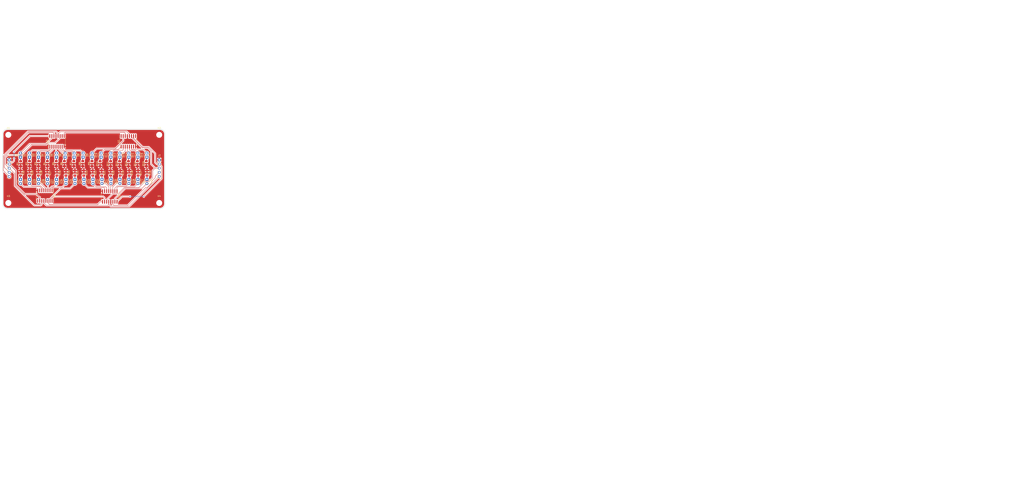
<source format=kicad_pcb>
(kicad_pcb (version 20240108) (generator "pcbnew") (generator_version "8.0")
  (layers (0 "F.Cu" signal) (31 "B.Cu" signal) (34 "B.Paste" user) (35 "F.Paste" user) (36 "B.SilkS" user "B.Silkscreen") (37 "F.SilkS" user "F.Silkscreen") (38 "B.Mask" user) (39 "F.Mask" user) (44 "Edge.Cuts" user))
  (net 0 "")
  (net 1 "GND")
  (net 2 "Net-(D1-K)")
  (net 3 "Net-(D1-A)")
  (net 4 "Net-(D2-K)")
  (net 5 "Net-(D2-A)")
  (net 6 "Net-(D3-A)")
  (net 7 "Net-(D3-K)")
  (net 8 "Net-(D4-K)")
  (net 9 "Net-(D4-A)")
  (net 10 "Net-(D5-A)")
  (net 11 "Net-(D5-K)")
  (net 12 "Net-(D6-A)")
  (net 13 "Net-(D6-K)")
  (net 14 "Net-(D7-K)")
  (net 15 "Net-(D7-A)")
  (net 16 "Net-(D8-K)")
  (net 17 "Net-(D8-A)")
  (net 18 "Net-(D9-K)")
  (net 19 "Net-(D9-A)")
  (net 20 "Net-(D10-A)")
  (net 21 "Net-(D10-K)")
  (net 22 "Net-(D11-K)")
  (net 23 "Net-(D11-A)")
  (net 24 "Net-(D12-A)")
  (net 25 "Net-(D12-K)")
  (net 26 "Net-(D13-A)")
  (net 27 "Net-(D13-K)")
  (net 28 "Net-(D14-A)")
  (net 29 "Net-(D14-K)")
  (net 30 "Net-(D15-A)")
  (net 31 "Net-(D15-K)")
  (net 32 "Net-(D16-A)")
  (net 33 "Net-(D16-K)")
  (net 34 "Net-(D17-A)")
  (net 35 "Net-(D17-K)")
  (net 36 "Net-(D18-A)")
  (net 37 "Net-(D18-K)")
  (net 38 "Net-(D19-K)")
  (net 39 "Net-(D19-A)")
  (net 40 "Net-(D20-K)")
  (net 41 "Net-(D20-A)")
  (net 42 "Net-(D21-K)")
  (net 43 "Net-(D21-A)")
  (net 44 "Net-(D22-K)")
  (net 45 "Net-(D22-A)")
  (net 46 "Net-(D23-K)")
  (net 47 "Net-(D23-A)")
  (net 48 "Net-(D24-K)")
  (net 49 "Net-(D24-A)")
  (net 50 "Net-(D25-A)")
  (net 51 "Net-(D25-K)")
  (net 52 "Net-(D26-A)")
  (net 53 "Net-(D26-K)")
  (net 54 "Net-(D27-A)")
  (net 55 "Net-(D27-K)")
  (net 56 "Net-(D28-K)")
  (net 57 "Net-(D28-A)")
  (net 58 "Net-(D29-K)")
  (net 59 "Net-(D29-A)")
  (net 60 "Net-(D30-K)")
  (net 61 "Net-(D30-A)")
  (net 62 "+5V")
  (net 64 "Net-(U1-SER)")
  (net 66 "Net-(U3-QH')")
  (net 69 "/Global VU/MLVU-SIG")
  (net 70 "/Global VU/SRCLK")
  (net 71 "/Global VU/MLVU-LATCH")
  (net 72 "/Global VU/MRVU-SIG")
  (net 73 "/Global VU/MRVU-LATCH")
  (footprint "Resistor_SMD:R_1206_3216Metric_Pad1.30x1.75mm_HandSolder" (layer "F.Cu") (at 57.05 66.775 90)
    (property "Reference" "R4")
    (property "Value" "VUMLR")
  )
  (footprint "LED_THT:LED_D3.0mm" (layer "F.Cu") (at 107.3 62.775 90)
    (property "Reference" "D13")
    (property "Value" "VUMLD")
  )
  (footprint "MountingHole:MountingHole_3.2mm_M3" (layer "F.Cu") (at 33 91)
    (property "Reference" "H3")
    (property "Value" "MountingHole")
  )
  (footprint "LED_THT:LED_D3.0mm" (layer "F.Cu") (at 79.1 62.775 90)
    (property "Reference" "D8")
    (property "Value" "VUMLD")
  )
  (footprint "Package_SO:SOIC-16W_5.3x10.2mm_P1.27mm" (layer "F.Cu") (at 63 53 90)
    (property "Reference" "U2")
    (property "Value" "74HC595")
  )
  (footprint "LED_THT:LED_D3.0mm" (layer "F.Cu") (at 68 62.775 90)
    (property "Reference" "D6")
    (property "Value" "VUMLD")
  )
  (footprint "LED_THT:LED_D3.0mm" (layer "F.Cu") (at 62.7 76.485 -90)
    (property "Reference" "D26")
    (property "Value" "VUMRD")
  )
  (footprint "LED_THT:LED_D3.0mm" (layer "F.Cu") (at 118.4 62.775 90)
    (property "Reference" "D15")
    (property "Value" "VUMLD")
  )
  (footprint "MountingHole:MountingHole_3.2mm_M3" (layer "F.Cu") (at 126 49)
    (property "Reference" "H2")
    (property "Value" "MountingHole")
  )
  (footprint "Resistor_SMD:R_1206_3216Metric_Pad1.30x1.75mm_HandSolder" (layer "F.Cu") (at 68.5 72.5 -90)
    (property "Reference" "R25")
    (property "Value" "VUMRR")
  )
  (footprint "Resistor_SMD:R_1206_3216Metric_Pad1.30x1.75mm_HandSolder" (layer "F.Cu") (at 102 72.5 -90)
    (property "Reference" "R19")
    (property "Value" "VUMRR")
  )
  (footprint "Resistor_SMD:R_1206_3216Metric_Pad1.30x1.75mm_HandSolder" (layer "F.Cu") (at 113 72.5 -90)
    (property "Reference" "R17")
    (property "Value" "VUMRR")
  )
  (footprint "MountingHole:MountingHole_3.2mm_M3" (layer "F.Cu") (at 126 91)
    (property "Reference" "H4")
    (property "Value" "MountingHole")
  )
  (footprint "LED_THT:LED_D3.0mm" (layer "F.Cu") (at 90.2 62.775 90)
    (property "Reference" "D10")
    (property "Value" "VUMLD")
  )
  (footprint "LED_THT:LED_D3.0mm" (layer "F.Cu") (at 96.2 62.775 90)
    (property "Reference" "D11")
    (property "Value" "VUMLD")
  )
  (footprint "LED_THT:LED_D3.0mm" (layer "F.Cu") (at 68.5 76.485 -90)
    (property "Reference" "D25")
    (property "Value" "VUMRD")
  )
  (footprint "Resistor_SMD:R_1206_3216Metric_Pad1.30x1.75mm_HandSolder" (layer "F.Cu") (at 63 72.5 -90)
    (property "Reference" "R26")
    (property "Value" "VUMRR")
  )
  (footprint "LED_THT:LED_D3.0mm" (layer "F.Cu") (at 51.6 76.485 -90)
    (property "Reference" "D28")
    (property "Value" "VUMRD")
  )
  (footprint "LED_THT:LED_D3.0mm" (layer "F.Cu") (at 118.4 76.46 -90)
    (property "Reference" "D16")
    (property "Value" "VUMRD")
  )
  (footprint "Resistor_SMD:R_1206_3216Metric_Pad1.30x1.75mm_HandSolder" (layer "F.Cu") (at 107.5 72.5 -90)
    (property "Reference" "R18")
    (property "Value" "VUMRR")
  )
  (footprint "Resistor_SMD:R_1206_3216Metric_Pad1.30x1.75mm_HandSolder" (layer "F.Cu") (at 78.85 66.775 90)
    (property "Reference" "R8")
    (property "Value" "VUMLR")
  )
  (footprint "Resistor_SMD:R_1206_3216Metric_Pad1.30x1.75mm_HandSolder" (layer "F.Cu") (at 57 72.5 -90)
    (property "Reference" "R27")
    (property "Value" "VUMRR")
  )
  (footprint "LED_THT:LED_D3.0mm" (layer "F.Cu") (at 112.85 76.46 -90)
    (property "Reference" "D17")
    (property "Value" "VUMRD")
  )
  (footprint "LED_THT:LED_D3.0mm" (layer "F.Cu") (at 57.15 62.775 90)
    (property "Reference" "D4")
    (property "Value" "VUMLD")
  )
  (footprint "Resistor_SMD:R_1206_3216Metric_Pad1.30x1.75mm_HandSolder" (layer "F.Cu") (at 40.55 66.825 90)
    (property "Reference" "R1")
    (property "Value" "VUMLR")
  )
  (footprint "Connector_PinSocket_2.54mm:PinSocket_1x05_P2.54mm_Vertical" (layer "F.Cu") (at 33.525 64.45)
    (property "Reference" "J1")
    (property "Value" "Conn_01x05")
  )
  (footprint "Resistor_SMD:R_1206_3216Metric_Pad1.30x1.75mm_HandSolder" (layer "F.Cu") (at 67.55 66.775 90)
    (property "Reference" "R6")
    (property "Value" "VUMLR")
  )
  (footprint "LED_THT:LED_D3.0mm" (layer "F.Cu") (at 46.05 62.775 90)
    (property "Reference" "D2")
    (property "Value" "VUMLD")
  )
  (footprint "Package_SO:SOIC-16W_5.3x10.2mm_P1.27mm" (layer "F.Cu") (at 55.5 86.5 -90)
    (property "Reference" "U4")
    (property "Value" "74HC595")
  )
  (footprint "LED_THT:LED_D3.0mm" (layer "F.Cu") (at 40.5 62.775 90)
    (property "Reference" "D1")
    (property "Value" "VUMLD")
  )
  (footprint "Resistor_SMD:R_1206_3216Metric_Pad1.30x1.75mm_HandSolder" (layer "F.Cu") (at 101.55 66.825 90)
    (property "Reference" "R12")
    (property "Value" "VUMLR")
  )
  (footprint "Resistor_SMD:R_1206_3216Metric_Pad1.30x1.75mm_HandSolder" (layer "F.Cu") (at 85 72.5 -90)
    (property "Reference" "R22")
    (property "Value" "VUMRR")
  )
  (footprint "LED_THT:LED_D3.0mm" (layer "F.Cu") (at 107.3 76.46 -90)
    (property "Reference" "D18")
    (property "Value" "VUMRD")
  )
  (footprint "Resistor_SMD:R_1206_3216Metric_Pad1.30x1.75mm_HandSolder" (layer "F.Cu") (at 96 72.5 -90)
    (property "Reference" "R20")
    (property "Value" "VUMRR")
  )
  (footprint "Package_SO:SOIC-16W_5.3x10.2mm_P1.27mm" (layer "F.Cu") (at 95.5 87 -90)
    (property "Reference" "U3")
    (property "Value" "74HC595")
  )
  (footprint "Package_SO:SOIC-16W_5.3x10.2mm_P1.27mm" (layer "F.Cu") (at 107 53 90)
    (property "Reference" "U1")
    (property "Value" "74HC595")
  )
  (footprint "LED_THT:LED_D3.0mm" (layer "F.Cu") (at 46.05 76.485 -90)
    (property "Reference" "D29")
    (property "Value" "VUMRD")
  )
  (footprint "LED_THT:LED_D3.0mm" (layer "F.Cu") (at 51.6 62.775 90)
    (property "Reference" "D3")
    (property "Value" "VUMLD")
  )
  (footprint "MountingHole:MountingHole_3.2mm_M3" (layer "F.Cu") (at 33 49)
    (property "Reference" "H1")
    (property "Value" "MountingHole")
  )
  (footprint "LED_THT:LED_D3.0mm" (layer "F.Cu") (at 79.6 76.485 -90)
    (property "Reference" "D23")
    (property "Value" "VUMRD")
  )
  (footprint "Resistor_SMD:R_1206_3216Metric_Pad1.30x1.75mm_HandSolder" (layer "F.Cu") (at 74 72.5 -90)
    (property "Reference" "R24")
    (property "Value" "VUMRR")
  )
  (footprint "Resistor_SMD:R_1206_3216Metric_Pad1.30x1.75mm_HandSolder" (layer "F.Cu") (at 89.55 66.825 90)
    (property "Reference" "R10")
    (property "Value" "VUMLR")
  )
  (footprint "Resistor_SMD:R_1206_3216Metric_Pad1.30x1.75mm_HandSolder" (layer "F.Cu") (at 118.5 72.5 -90)
    (property "Reference" "R16")
    (property "Value" "VUMRR")
  )
  (footprint "Resistor_SMD:R_1206_3216Metric_Pad1.30x1.75mm_HandSolder" (layer "F.Cu") (at 112.55 66.825 90)
    (property "Reference" "R14")
    (property "Value" "VUMLR")
  )
  (footprint "LED_THT:LED_D3.0mm" (layer "F.Cu") (at 112.85 62.775 90)
    (property "Reference" "D14")
    (property "Value" "VUMLD")
  )
  (footprint "LED_THT:LED_D3.0mm" (layer "F.Cu") (at 101.75 76.46 -90)
    (property "Reference" "D19")
    (property "Value" "VUMRD")
  )
  (footprint "Resistor_SMD:R_1206_3216Metric_Pad1.30x1.75mm_HandSolder" (layer "F.Cu") (at 79.5 72.5 -90)
    (property "Reference" "R23")
    (property "Value" "VUMRR")
  )
  (footprint "Resistor_SMD:R_1206_3216Metric_Pad1.30x1.75mm_HandSolder" (layer "F.Cu") (at 51.5 72.5 -90)
    (property "Reference" "R28")
    (property "Value" "VUMRR")
  )
  (footprint "LED_THT:LED_D3.0mm" (layer "F.Cu") (at 85.15 76.485 -90)
    (property "Reference" "D22")
    (property "Value" "VUMRD")
  )
  (footprint "Resistor_SMD:R_1206_3216Metric_Pad1.30x1.75mm_HandSolder" (layer "F.Cu") (at 46 72.5 -90)
    (property "Reference" "R29")
    (property "Value" "VUMRR")
  )
  (footprint "LED_THT:LED_D3.0mm" (layer "F.Cu") (at 57.15 76.485 -90)
    (property "Reference" "D27")
    (property "Value" "VUMRD")
  )
  (footprint "LED_THT:LED_D3.0mm" (layer "F.Cu") (at 101.75 62.775 90)
    (property "Reference" "D12")
    (property "Value" "VUMLD")
  )
  (footprint "LED_THT:LED_D3.0mm" (layer "F.Cu") (at 62.7 62.775 90)
    (property "Reference" "D5")
    (property "Value" "VUMLD")
  )
  (footprint "LED_THT:LED_D3.0mm" (layer "F.Cu") (at 96.2 76.46 -90)
    (property "Reference" "D20")
    (property "Value" "VUMRD")
  )
  (footprint "Connector_PinSocket_2.54mm:PinSocket_1x05_P2.54mm_Vertical" (layer "F.Cu") (at 126.025 64.45)
    (property "Reference" "J2")
    (property "Value" "Conn_01x05")
  )
  (footprint "LED_THT:LED_D3.0mm" (layer "F.Cu") (at 74.05 76.485 -90)
    (property "Reference" "D24")
    (property "Value" "VUMRD")
  )
  (footprint "Resistor_SMD:R_1206_3216Metric_Pad1.30x1.75mm_HandSolder" (layer "F.Cu") (at 90.5 72.5 -90)
    (property "Reference" "R21")
    (property "Value" "VUMRR")
  )
  (footprint "Resistor_SMD:R_1206_3216Metric_Pad1.30x1.75mm_HandSolder" (layer "F.Cu") (at 73.35 66.775 90)
    (property "Reference" "R7")
    (property "Value" "VUMLR")
  )
  (footprint "LED_THT:LED_D3.0mm" (layer "F.Cu") (at 40.5 76.485 -90)
    (property "Reference" "D30")
    (property "Value" "VUMRD")
  )
  (footprint "LED_THT:LED_D3.0mm" (layer "F.Cu") (at 73.55 62.775 90)
    (property "Reference" "D7")
    (property "Value" "VUMLD")
  )
  (footprint "Resistor_SMD:R_1206_3216Metric_Pad1.30x1.75mm_HandSolder" (layer "F.Cu") (at 62.55 66.775 90)
    (property "Reference" "R5")
    (property "Value" "VUMLR")
  )
  (footprint "Resistor_SMD:R_1206_3216Metric_Pad1.30x1.75mm_HandSolder" (layer "F.Cu") (at 96.05 66.825 90)
    (property "Reference" "R11")
    (property "Value" "VUMLR")
  )
  (footprint "Resistor_SMD:R_1206_3216Metric_Pad1.30x1.75mm_HandSolder" (layer "F.Cu") (at 46.05 66.775 90)
    (property "Reference" "R2")
    (property "Value" "VUMLR")
  )
  (footprint "Resistor_SMD:R_1206_3216Metric_Pad1.30x1.75mm_HandSolder" (layer "F.Cu") (at 51.55 66.775 90)
    (property "Reference" "R3")
    (property "Value" "VUMLR")
  )
  (footprint "LED_THT:LED_D3.0mm" (layer "F.Cu") (at 90.7 76.485 -90)
    (property "Reference" "D21")
    (property "Value" "VUMRD")
  )
  (footprint "Resistor_SMD:R_1206_3216Metric_Pad1.30x1.75mm_HandSolder" (layer "F.Cu") (at 40.5 72.5 -90)
    (property "Reference" "R30")
    (property "Value" "VUMRR")
  )
  (footprint "Resistor_SMD:R_1206_3216Metric_Pad1.30x1.75mm_HandSolder" (layer "F.Cu") (at 118.05 66.775 90)
    (property "Reference" "R15")
    (property "Value" "VUMLR")
  )
  (footprint "LED_THT:LED_D3.0mm" (layer "F.Cu") (at 84.65 62.775 90)
    (property "Reference" "D9")
    (property "Value" "VUMLD")
  )
  (footprint "Resistor_SMD:R_1206_3216Metric_Pad1.30x1.75mm_HandSolder" (layer "F.Cu") (at 84.55 66.775 90)
    (property "Reference" "R9")
    (property "Value" "VUMLR")
  )
  (footprint "Resistor_SMD:R_1206_3216Metric_Pad1.30x1.75mm_HandSolder" (layer "F.Cu") (at 107.05 66.825 90)
    (property "Reference" "R13")
    (property "Value" "VUMLR")
  )
  (gr_arc (start 29.5 48.5) (mid 30.37868 46.378679) (end 32.500001 45.499999) (stroke (width 0.25)) (layer "Edge.Cuts"))
  (gr_line (start 129.5 48.500001) (end 129.5 91.5) (stroke (width 0.25)) (layer "Edge.Cuts"))
  (gr_line (start 32.500001 45.499999) (end 126.499999 45.499999) (stroke (width 0.25)) (layer "Edge.Cuts"))
  (gr_line (start 29.5 91.5) (end 29.5 48.5) (stroke (width 0.25)) (layer "Edge.Cuts"))
  (gr_arc (start 129.5 91.5) (mid 128.62132 93.621321) (end 126.499999 94.500001) (stroke (width 0.25)) (layer "Edge.Cuts"))
  (gr_arc (start 126.499999 45.499999) (mid 128.62132 46.378679) (end 129.5 48.500001) (stroke (width 0.25)) (layer "Edge.Cuts"))
  (gr_line (start 126.499999 94.500001) (end 32.500001 94.500001) (stroke (width 0.25)) (layer "Edge.Cuts"))
  (gr_arc (start 32.500001 94.500001) (mid 30.37868 93.621321) (end 29.5 91.5) (stroke (width 0.25)) (layer "Edge.Cuts"))
  (segment (start 106.365 50.949999) (end 108.915001 53.5) (width 0.2032) (layer "F.Cu") (net 1))
  (segment (start 51.055 85.555) (end 51.055 83.25) (width 0.2032) (layer "F.Cu") (net 1))
  (segment (start 111.445 53.945) (end 111 53.5) (width 0.2032) (layer "F.Cu") (net 1))
  (segment (start 56.135 88.907342) (end 53.727658 86.5) (width 0.2032) (layer "F.Cu") (net 1))
  (segment (start 111.445 56.25) (end 111.445 53.945) (width 0.2032) (layer "F.Cu") (net 1))
  (segment (start 52 86.5) (end 51.055 85.555) (width 0.2032) (layer "F.Cu") (net 1))
  (segment (start 106.365 49.75) (end 106.365 50.949999) (width 0.2032) (layer "F.Cu") (net 1))
  (segment (start 53.727658 86.5) (end 52 86.5) (width 0.2032) (layer "F.Cu") (net 1))
  (segment (start 108.915001 53.5) (end 111 53.5) (width 0.2032) (layer "F.Cu") (net 1))
  (segment (start 56.135 89.75) (end 56.135 88.907342) (width 0.2032) (layer "F.Cu") (net 1))
  (segment (start 40.55 65.275) (end 40.55 62.825) (width 0.381) (layer "F.Cu") (net 2))
  (segment (start 40.55 62.825) (end 40.5 62.775) (width 0.381) (layer "F.Cu") (net 2))
  (segment (start 46.1414 54.5936) (end 40.5 60.235) (width 0.2032) (layer "F.Cu") (net 3))
  (segment (start 56.181399 54.5936) (end 46.1414 54.5936) (width 0.2032) (layer "F.Cu") (net 3))
  (segment (start 59.825 49.75) (end 59.825 50.949999) (width 0.2032) (layer "F.Cu") (net 3))
  (segment (start 59.825 50.949999) (end 56.181399 54.5936) (width 0.2032) (layer "F.Cu") (net 3))
  (segment (start 46.05 65.225) (end 46.05 62.775) (width 0.381) (layer "F.Cu") (net 4))
  (segment (start 58 58.5) (end 47.785 58.5) (width 0.2032) (layer "F.Cu") (net 5))
  (segment (start 47.785 58.5) (end 46.05 60.235) (width 0.2032) (layer "F.Cu") (net 5))
  (segment (start 58.555 56.25) (end 58.555 57.945) (width 0.2032) (layer "F.Cu") (net 5))
  (segment (start 58.555 57.945) (end 58 58.5) (width 0.2032) (layer "F.Cu") (net 5))
  (segment (start 59.825 57.449999) (end 58.244799 59.0302) (width 0.2032) (layer "F.Cu") (net 6))
  (segment (start 58.244799 59.0302) (end 52.8048 59.0302) (width 0.2032) (layer "F.Cu") (net 6))
  (segment (start 52.8048 59.0302) (end 51.6 60.235) (width 0.2032) (layer "F.Cu") (net 6))
  (segment (start 59.825 56.25) (end 59.825 57.449999) (width 0.2032) (layer "F.Cu") (net 6))
  (segment (start 51.55 62.825) (end 51.6 62.775) (width 0.381) (layer "F.Cu") (net 7))
  (segment (start 51.55 65.225) (end 51.55 62.825) (width 0.381) (layer "F.Cu") (net 7))
  (segment (start 57.05 65.225) (end 57.05 62.875) (width 0.381) (layer "F.Cu") (net 8))
  (segment (start 57.05 62.875) (end 57.15 62.775) (width 0.381) (layer "F.Cu") (net 8))
  (segment (start 58.309999 60.235) (end 57.15 60.235) (width 0.2032) (layer "F.Cu") (net 9))
  (segment (start 61.095 56.25) (end 61.095 57.449999) (width 0.2032) (layer "F.Cu") (net 9))
  (segment (start 61.095 57.449999) (end 58.309999 60.235) (width 0.2032) (layer "F.Cu") (net 9))
  (segment (start 62.365 56.25) (end 62.365 59.9) (width 0.2032) (layer "F.Cu") (net 10))
  (segment (start 62.365 59.9) (end 62.7 60.235) (width 0.2032) (layer "F.Cu") (net 10))
  (segment (start 62.55 62.925) (end 62.7 62.775) (width 0.381) (layer "F.Cu") (net 11))
  (segment (start 62.55 65.225) (end 62.55 62.925) (width 0.381) (layer "F.Cu") (net 11))
  (segment (start 66.420001 60.235) (end 68 60.235) (width 0.2032) (layer "F.Cu") (net 12))
  (segment (start 63.635 57.449999) (end 66.420001 60.235) (width 0.2032) (layer "F.Cu") (net 12))
  (segment (start 63.635 56.25) (end 63.635 57.449999) (width 0.2032) (layer "F.Cu") (net 12))
  (segment (start 67.55 63.225) (end 68 62.775) (width 0.381) (layer "F.Cu") (net 13))
  (segment (start 67.55 65.225) (end 67.55 63.225) (width 0.381) (layer "F.Cu") (net 13))
  (segment (start 73.35 65.225) (end 73.35 62.975) (width 0.381) (layer "F.Cu") (net 14))
  (segment (start 73.35 62.975) (end 73.55 62.775) (width 0.381) (layer "F.Cu") (net 14))
  (segment (start 66.485201 59.0302) (end 72.3452 59.0302) (width 0.2032) (layer "F.Cu") (net 15))
  (segment (start 72.3452 59.0302) (end 73.55 60.235) (width 0.2032) (layer "F.Cu") (net 15))
  (segment (start 64.905 56.25) (end 64.905 57.449999) (width 0.2032) (layer "F.Cu") (net 15))
  (segment (start 64.905 57.449999) (end 66.485201 59.0302) (width 0.2032) (layer "F.Cu") (net 15))
  (segment (start 78.85 65.225) (end 78.85 63.025) (width 0.381) (layer "F.Cu") (net 16))
  (segment (start 78.85 63.025) (end 79.1 62.775) (width 0.381) (layer "F.Cu") (net 16))
  (segment (start 77.4888 58.6238) (end 79.1 60.235) (width 0.2032) (layer "F.Cu") (net 17))
  (segment (start 66.175 56.25) (end 66.175 57.449999) (width 0.2032) (layer "F.Cu") (net 17))
  (segment (start 66.175 57.449999) (end 67.348801 58.6238) (width 0.2032) (layer "F.Cu") (net 17))
  (segment (start 67.348801 58.6238) (end 77.4888 58.6238) (width 0.2032) (layer "F.Cu") (net 17))
  (segment (start 84.55 65.225) (end 84.55 62.875) (width 0.381) (layer "F.Cu") (net 18))
  (segment (start 84.55 62.875) (end 84.65 62.775) (width 0.381) (layer "F.Cu") (net 18))
  (segment (start 102 54.5) (end 99 57.5) (width 0.2032) (layer "F.Cu") (net 19))
  (segment (start 103.825 49.75) (end 103.825 52.675) (width 0.2032) (layer "F.Cu") (net 19))
  (segment (start 103.825 52.675) (end 102 54.5) (width 0.2032) (layer "F.Cu") (net 19))
  (segment (start 99 57.5) (end 103.825 52.675) (width 0.2032) (layer "F.Cu") (net 19))
  (segment (start 87.385 57.5) (end 84.65 60.235) (width 0.2032) (layer "F.Cu") (net 19))
  (segment (start 99 57.5) (end 87.385 57.5) (width 0.2032) (layer "F.Cu") (net 19))
  (segment (start 92.435 58) (end 90.2 60.235) (width 0.2032) (layer "F.Cu") (net 20))
  (segment (start 102.555 56.25) (end 100.805 58) (width 0.2032) (layer "F.Cu") (net 20))
  (segment (start 100.805 58) (end 92.435 58) (width 0.2032) (layer "F.Cu") (net 20))
  (segment (start 89.55 65.275) (end 89.55 63.425) (width 0.381) (layer "F.Cu") (net 21))
  (segment (start 89.55 63.425) (end 90.2 62.775) (width 0.381) (layer "F.Cu") (net 21))
  (segment (start 96.05 62.925) (end 96.2 62.775) (width 0.381) (layer "F.Cu") (net 22))
  (segment (start 96.05 65.275) (end 96.05 62.925) (width 0.381) (layer "F.Cu") (net 22))
  (segment (start 103.825 56.25) (end 103.825 58.175) (width 0.2032) (layer "F.Cu") (net 23))
  (segment (start 103.5 58.5) (end 97.935 58.5) (width 0.2032) (layer "F.Cu") (net 23))
  (segment (start 103.825 58.175) (end 103.5 58.5) (width 0.2032) (layer "F.Cu") (net 23))
  (segment (start 97.935 58.5) (end 96.2 60.235) (width 0.2032) (layer "F.Cu") (net 23))
  (segment (start 101.75 60.235) (end 103.765 60.235) (width 0.2032) (layer "F.Cu") (net 24))
  (segment (start 103.765 60.235) (end 105.095 58.905) (width 0.2032) (layer "F.Cu") (net 24))
  (segment (start 105.095 58.905) (end 105.095 56.25) (width 0.2032) (layer "F.Cu") (net 24))
  (segment (start 101.55 62.975) (end 101.75 62.775) (width 0.381) (layer "F.Cu") (net 25))
  (segment (start 101.55 65.275) (end 101.55 62.975) (width 0.381) (layer "F.Cu") (net 25))
  (segment (start 106.365 59.3) (end 107.3 60.235) (width 0.2032) (layer "F.Cu") (net 26))
  (segment (start 106.365 56.25) (end 106.365 59.3) (width 0.2032) (layer "F.Cu") (net 26))
  (segment (start 107.05 65.275) (end 107.05 63.025) (width 0.381) (layer "F.Cu") (net 27))
  (segment (start 107.05 63.025) (end 107.3 62.775) (width 0.381) (layer "F.Cu") (net 27))
  (segment (start 107.635 58.135) (end 108 58.5) (width 0.2032) (layer "F.Cu") (net 28))
  (segment (start 107.635 56.25) (end 107.635 58.135) (width 0.2032) (layer "F.Cu") (net 28))
  (segment (start 111.115 58.5) (end 112.85 60.235) (width 0.2032) (layer "F.Cu") (net 28))
  (segment (start 108 58.5) (end 111.115 58.5) (width 0.2032) (layer "F.Cu") (net 28))
  (segment (start 112.55 63.075) (end 112.85 62.775) (width 0.381) (layer "F.Cu") (net 29))
  (segment (start 112.55 65.275) (end 112.55 63.075) (width 0.381) (layer "F.Cu") (net 29))
  (segment (start 109 58) (end 116.165 58) (width 0.2032) (layer "F.Cu") (net 30))
  (segment (start 108.905 56.25) (end 108.905 57.905) (width 0.2032) (layer "F.Cu") (net 30))
  (segment (start 108.905 57.905) (end 109 58) (width 0.2032) (layer "F.Cu") (net 30))
  (segment (start 116.165 58) (end 118.4 60.235) (width 0.2032) (layer "F.Cu") (net 30))
  (segment (start 118.05 63.125) (end 118.4 62.775) (width 0.381) (layer "F.Cu") (net 31))
  (segment (start 118.05 65.225) (end 118.05 63.125) (width 0.381) (layer "F.Cu") (net 31))
  (segment (start 105.0936 81.9064) (end 115.4936 81.9064) (width 0.2032) (layer "F.Cu") (net 32))
  (segment (start 98.675 90.25) (end 98.675 88.325) (width 0.2032) (layer "F.Cu") (net 32))
  (segment (start 115.4936 81.9064) (end 118.4 79) (width 0.2032) (layer "F.Cu") (net 32))
  (segment (start 98.675 88.325) (end 105.0936 81.9064) (width 0.2032) (layer "F.Cu") (net 32))
  (segment (start 118.5 76.36) (end 118.4 76.46) (width 0.381) (layer "F.Cu") (net 33))
  (segment (start 118.5 74.05) (end 118.5 76.36) (width 0.381) (layer "F.Cu") (net 33))
  (segment (start 110.85 81) (end 112.85 79) (width 0.2032) (layer "F.Cu") (net 34))
  (segment (start 99.945 81.555) (end 100.5 81) (width 0.2032) (layer "F.Cu") (net 34))
  (segment (start 100.5 81) (end 110.85 81) (width 0.2032) (layer "F.Cu") (net 34))
  (segment (start 99.945 83.75) (end 99.945 81.555) (width 0.2032) (layer "F.Cu") (net 34))
  (segment (start 113 74.05) (end 113 76.31) (width 0.381) (layer "F.Cu") (net 35))
  (segment (start 113 76.31) (end 112.85 76.46) (width 0.381) (layer "F.Cu") (net 35))
  (segment (start 105.8 80.5) (end 107.3 79) (width 0.2032) (layer "F.Cu") (net 36))
  (segment (start 100 80.5) (end 105.8 80.5) (width 0.2032) (layer "F.Cu") (net 36))
  (segment (start 98.675 81.825) (end 100 80.5) (width 0.2032) (layer "F.Cu") (net 36))
  (segment (start 98.675 83.75) (end 98.675 81.825) (width 0.2032) (layer "F.Cu") (net 36))
  (segment (start 107.5 76.26) (end 107.3 76.46) (width 0.381) (layer "F.Cu") (net 37))
  (segment (start 107.5 74.05) (end 107.5 76.26) (width 0.381) (layer "F.Cu") (net 37))
  (segment (start 101.75 74.3) (end 102 74.05) (width 0.381) (layer "F.Cu") (net 38))
  (segment (start 101.75 76.46) (end 101.75 74.3) (width 0.381) (layer "F.Cu") (net 38))
  (segment (start 97.405 81.095) (end 99.5 79) (width 0.2032) (layer "F.Cu") (net 39))
  (segment (start 99.5 79) (end 101.75 79) (width 0.2032) (layer "F.Cu") (net 39))
  (segment (start 97.405 83.75) (end 97.405 81.095) (width 0.2032) (layer "F.Cu") (net 39))
  (segment (start 96.2 76.46) (end 96.2 74.25) (width 0.381) (layer "F.Cu") (net 40))
  (segment (start 96.2 74.25) (end 96 74.05) (width 0.381) (layer "F.Cu") (net 40))
  (segment (start 96.135 79.065) (end 96.2 79) (width 0.2032) (layer "F.Cu") (net 41))
  (segment (start 96.135 83.75) (end 96.135 79.065) (width 0.2032) (layer "F.Cu") (net 41))
  (segment (start 90.7 74.25) (end 90.5 74.05) (width 0.381) (layer "F.Cu") (net 42))
  (segment (start 90.7 76.485) (end 90.7 74.25) (width 0.381) (layer "F.Cu") (net 42))
  (segment (start 94.865 82.550001) (end 95 82.415001) (width 0.2032) (layer "F.Cu") (net 43))
  (segment (start 95 81) (end 93 79) (width 0.2032) (layer "F.Cu") (net 43))
  (segment (start 92.475 79.025) (end 90.7 79.025) (width 0.2032) (layer "F.Cu") (net 43))
  (segment (start 95 82.415001) (end 95 81) (width 0.2032) (layer "F.Cu") (net 43))
  (segment (start 92.5 79) (end 92.475 79.025) (width 0.2032) (layer "F.Cu") (net 43))
  (segment (start 93 79) (end 92.5 79) (width 0.2032) (layer "F.Cu") (net 43))
  (segment (start 94.865 83.75) (end 94.865 82.550001) (width 0.2032) (layer "F.Cu") (net 43))
  (segment (start 85.15 76.485) (end 85.15 74.2) (width 0.381) (layer "F.Cu") (net 44))
  (segment (start 85.15 74.2) (end 85 74.05) (width 0.381) (layer "F.Cu") (net 44))
  (segment (start 93.595 83.75) (end 93.595 81.595) (width 0.2032) (layer "F.Cu") (net 45))
  (segment (start 87.125 81) (end 85.15 79.025) (width 0.2032) (layer "F.Cu") (net 45))
  (segment (start 93 81) (end 87.125 81) (width 0.2032) (layer "F.Cu") (net 45))
  (segment (start 93.595 81.595) (end 93 81) (width 0.2032) (layer "F.Cu") (net 45))
  (segment (start 79.6 74.15) (end 79.5 74.05) (width 0.381) (layer "F.Cu") (net 46))
  (segment (start 79.6 76.485) (end 79.6 74.15) (width 0.381) (layer "F.Cu") (net 46))
  (segment (start 92.325 83.75) (end 92.325 81.825) (width 0.2032) (layer "F.Cu") (net 47))
  (segment (start 82.075 81.5) (end 79.6 79.025) (width 0.2032) (layer "F.Cu") (net 47))
  (segment (start 92 81.5) (end 82.075 81.5) (width 0.2032) (layer "F.Cu") (net 47))
  (segment (start 92.325 81.825) (end 92 81.5) (width 0.2032) (layer "F.Cu") (net 47))
  (segment (start 74.05 74.1) (end 74 74.05) (width 0.381) (layer "F.Cu") (net 48))
  (segment (start 74.05 76.485) (end 74.05 74.1) (width 0.381) (layer "F.Cu") (net 48))
  (segment (start 58.675 88.550001) (end 65.225001 82) (width 0.2032) (layer "F.Cu") (net 49))
  (segment (start 71.075 82) (end 74.05 79.025) (width 0.2032) (layer "F.Cu") (net 49))
  (segment (start 58.675 89.75) (end 58.675 88.550001) (width 0.2032) (layer "F.Cu") (net 49))
  (segment (start 65.225001 82) (end 71.075 82) (width 0.2032) (layer "F.Cu") (net 49))
  (segment (start 59.945 83.25) (end 59.945 81.555) (width 0.2032) (layer "F.Cu") (net 50))
  (segment (start 60.2375 81.2625) (end 66.2625 81.2625) (width 0.2032) (layer "F.Cu") (net 50))
  (segment (start 66.2625 81.2625) (end 68.5 79.025) (width 0.2032) (layer "F.Cu") (net 50))
  (segment (start 59.945 81.555) (end 60.2375 81.2625) (width 0.2032) (layer "F.Cu") (net 50))
  (segment (start 68.5 76.485) (end 68.5 74.05) (width 0.381) (layer "F.Cu") (net 51))
  (segment (start 60.8689 80.8561) (end 62.7 79.025) (width 0.2032) (layer "F.Cu") (net 52))
  (segment (start 58.675 83.25) (end 58.675 82.050001) (width 0.2032) (layer "F.Cu") (net 52))
  (segment (start 58.675 82.050001) (end 59.868901 80.8561) (width 0.2032) (layer "F.Cu") (net 52))
  (segment (start 59.868901 80.8561) (end 60.8689 80.8561) (width 0.2032) (layer "F.Cu") (net 52))
  (segment (start 62.7 74.35) (end 63 74.05) (width 0.381) (layer "F.Cu") (net 53))
  (segment (start 62.7 76.485) (end 62.7 74.35) (width 0.381) (layer "F.Cu") (net 53))
  (segment (start 57.405 79.28) (end 57.15 79.025) (width 0.2032) (layer "F.Cu") (net 54))
  (segment (start 57.405 83.25) (end 57.405 79.28) (width 0.2032) (layer "F.Cu") (net 54))
  (segment (start 57.15 74.2) (end 57 74.05) (width 0.381) (layer "F.Cu") (net 55))
  (segment (start 57.15 76.485) (end 57.15 74.2) (width 0.381) (layer "F.Cu") (net 55))
  (segment (start 51.6 74.15) (end 51.5 74.05) (width 0.381) (layer "F.Cu") (net 56))
  (segment (start 51.6 76.485) (end 51.6 74.15) (width 0.381) (layer "F.Cu") (net 56))
  (segment (start 53.109999 79.025) (end 51.6 79.025) (width 0.2032) (layer "F.Cu") (net 57))
  (segment (start 56.135 82.050001) (end 53.109999 79.025) (width 0.2032) (layer "F.Cu") (net 57))
  (segment (start 56.135 83.25) (end 56.135 82.050001) (width 0.2032) (layer "F.Cu") (net 57))
  (segment (start 46.05 74.1) (end 46 74.05) (width 0.381) (layer "F.Cu") (net 58))
  (segment (start 46.05 76.485) (end 46.05 74.1) (width 0.381) (layer "F.Cu") (net 58))
  (segment (start 53 80.5) (end 47.525 80.5) (width 0.2032) (layer "F.Cu") (net 59))
  (segment (start 54.865 83.25) (end 54.865 82.365) (width 0.2032) (layer "F.Cu") (net 59))
  (segment (start 47.525 80.5) (end 46.05 79.025) (width 0.2032) (layer "F.Cu") (net 59))
  (segment (start 54.865 82.365) (end 53 80.5) (width 0.2032) (layer "F.Cu") (net 59))
  (segment (start 40.5 74.05) (end 40.5 76.485) (width 0.381) (layer "F.Cu") (net 60))
  (segment (start 52.5 81) (end 42.475 81) (width 0.2032) (layer "F.Cu") (net 61))
  (segment (start 42.475 81) (end 40.5 79.025) (width 0.2032) (layer "F.Cu") (net 61))
  (segment (start 53.595 82.095) (end 52.5 81) (width 0.2032) (layer "F.Cu") (net 61))
  (segment (start 53.595 83.25) (end 53.595 82.095) (width 0.2032) (layer "F.Cu") (net 61))
  (segment (start 37.5 80) (end 37.5 70.965) (width 0.3048) (layer "F.Cu") (net 62))
  (segment (start 123.5 60.5) (end 119.5 56.5) (width 0.2032) (layer "F.Cu") (net 62))
  (segment (start 119.5 56.5) (end 115.725001 56.5) (width 0.2032) (layer "F.Cu") (net 62))
  (segment (start 61 87) (end 59.945 88.055) (width 0.2032) (layer "F.Cu") (net 62))
  (segment (start 126.025 66.99) (end 124.49 66.99) (width 0.2032) (layer "F.Cu") (net 62))
  (segment (start 124.49 66.99) (end 123.5 66) (width 0.2032) (layer "F.Cu") (net 62))
  (segment (start 123.5 66) (end 123.5 60.5) (width 0.2032) (layer "F.Cu") (net 62))
  (segment (start 36.5 59.5) (end 46.25 49.75) (width 0.2032) (layer "F.Cu") (net 62))
  (segment (start 116.5 87) (end 127.5 76) (width 0.2032) (layer "F.Cu") (net 62))
  (segment (start 36.5 65) (end 36.5 63.5) (width 0.2032) (layer "F.Cu") (net 62))
  (segment (start 92.325 87.825) (end 91.5 87) (width 0.2032) (layer "F.Cu") (net 62))
  (segment (start 50.353422 85.5) (end 43 85.5) (width 0.3048) (layer "F.Cu") (net 62))
  (segment (start 115.725001 56.5) (end 110.175 50.949999) (width 0.2032) (layer "F.Cu") (net 62))
  (segment (start 43 85.5) (end 37.5 80) (width 0.3048) (layer "F.Cu") (net 62))
  (segment (start 52.325 87.471578) (end 50.353422 85.5) (width 0.3048) (layer "F.Cu") (net 62))
  (segment (start 127.5 76) (end 127.5 68.465) (width 0.2032) (layer "F.Cu") (net 62))
  (segment (start 99.945 90.25) (end 103.195 87) (width 0.2032) (layer "F.Cu") (net 62))
  (segment (start 110.175 50.949999) (end 110.175 49.75) (width 0.2032) (layer "F.Cu") (net 62))
  (segment (start 127.5 68.465) (end 126.025 66.99) (width 0.2032) (layer "F.Cu") (net 62))
  (segment (start 46.25 49.75) (end 58.555 49.75) (width 0.2032) (layer "F.Cu") (net 62))
  (segment (start 103.195 87) (end 108 87) (width 0.2032) (layer "F.Cu") (net 62))
  (segment (start 35.5 66) (end 36.5 65) (width 0.2032) (layer "F.Cu") (net 62))
  (segment (start 33.525 66.99) (end 34.515 66) (width 0.2032) (layer "F.Cu") (net 62))
  (segment (start 59.945 88.055) (end 59.945 89.75) (width 0.2032) (layer "F.Cu") (net 62))
  (segment (start 34.515 66) (end 35.5 66) (width 0.2032) (layer "F.Cu") (net 62))
  (segment (start 92.325 90.25) (end 92.325 87.825) (width 0.2032) (layer "F.Cu") (net 62))
  (segment (start 37.5 70.965) (end 33.525 66.99) (width 0.3048) (layer "F.Cu") (net 62))
  (segment (start 91.5 87) (end 61 87) (width 0.2032) (layer "F.Cu") (net 62))
  (segment (start 52.325 89.75) (end 52.325 87.471578) (width 0.3048) (layer "F.Cu") (net 62))
  (via (at 116.5 87) (size 0.6) (drill 0.3) (layers "F.Cu" "B.Cu") (net 62))
  (via (at 108 87) (size 0.6) (drill 0.3) (layers "F.Cu" "B.Cu") (net 62))
  (via (at 36.5 59.5) (size 0.6) (drill 0.3) (layers "F.Cu" "B.Cu") (net 62))
  (via (at 36.5 63.5) (size 0.6) (drill 0.3) (layers "F.Cu" "B.Cu") (net 62))
  (segment (start 108 87) (end 116.5 87) (width 0.2032) (layer "B.Cu") (net 62))
  (segment (start 36.5 63.5) (end 36.5 59.5) (width 0.2032) (layer "B.Cu") (net 62))
  (segment (start 104.5 47.5) (end 105.095 48.095) (width 0.2032) (layer "F.Cu") (net 64))
  (segment (start 67.445 49.75) (end 67.445 48.055) (width 0.2032) (layer "F.Cu") (net 64))
  (segment (start 68 47.5) (end 104.5 47.5) (width 0.2032) (layer "F.Cu") (net 64))
  (segment (start 105.095 48.095) (end 105.095 49.75) (width 0.2032) (layer "F.Cu") (net 64))
  (segment (start 67.445 48.055) (end 68 47.5) (width 0.2032) (layer "F.Cu") (net 64))
  (segment (start 88 92) (end 89.75 90.25) (width 0.2032) (layer "F.Cu") (net 66))
  (segment (start 57.405 90.949999) (end 58.455001 92) (width 0.2032) (layer "F.Cu") (net 66))
  (segment (start 58.455001 92) (end 88 92) (width 0.2032) (layer "F.Cu") (net 66))
  (segment (start 57.405 89.75) (end 57.405 90.949999) (width 0.2032) (layer "F.Cu") (net 66))
  (segment (start 89.75 90.25) (end 91.055 90.25) (width 0.2032) (layer "F.Cu") (net 66))
  (segment (start 30.5 69.045) (end 30.5 62.5) (width 0.2032) (layer "F.Cu") (net 69))
  (segment (start 61.095 48.095) (end 61.095 49.75) (width 0.2032) (layer "F.Cu") (net 69))
  (segment (start 60.4064 47.4064) (end 61.095 48.095) (width 0.2032) (layer "F.Cu") (net 69))
  (segment (start 30.5 62.5) (end 45.5936 47.4064) (width 0.2032) (layer "F.Cu") (net 69))
  (segment (start 45.5936 47.4064) (end 60.4064 47.4064) (width 0.2032) (layer "F.Cu") (net 69))
  (segment (start 33.525 72.07) (end 30.5 69.045) (width 0.2032) (layer "F.Cu") (net 69))
  (segment (start 56.5 55) (end 57.5 54) (width 0.2032) (layer "F.Cu") (net 70))
  (segment (start 61.854999 54) (end 64.905 50.949999) (width 0.2032) (layer "F.Cu") (net 70))
  (segment (start 117.3352 77.6648) (end 119.8352 77.6648) (width 0.2032) (layer "F.Cu") (net 70))
  (segment (start 49 92.5) (end 37 80.5) (width 0.2032) (layer "F.Cu") (net 70))
  (segment (start 47.438844 55) (end 56.5 55) (width 0.2032) (layer "F.Cu") (net 70))
  (segment (start 104.5 81.5) (end 113.5 81.5) (width 0.2032) (layer "F.Cu") (net 70))
  (segment (start 122 75.5) (end 122 71) (width 0.2032) (layer "F.Cu") (net 70))
  (segment (start 37 80.5) (end 37 73.005) (width 0.2032) (layer "F.Cu") (net 70))
  (segment (start 57.5 54) (end 61.854999 54) (width 0.2032) (layer "F.Cu") (net 70))
  (segment (start 31 63) (end 32.5 61.5) (width 0.2032) (layer "F.Cu") (net 70))
  (segment (start 115.5 57) (end 119 57) (width 0.2032) (layer "F.Cu") (net 70))
  (segment (start 123.5 69.5) (end 124.5 69.5) (width 0.2032) (layer "F.Cu") (net 70))
  (segment (start 31 67.005) (end 31 63) (width 0.2032) (layer "F.Cu") (net 70))
  (segment (start 113.5 81.5) (end 117.3352 77.6648) (width 0.2032) (layer "F.Cu") (net 70))
  (segment (start 37 73.005) (end 33.525 69.53) (width 0.2032) (layer "F.Cu") (net 70))
  (segment (start 108.905 49.75) (end 108.905 50.405) (width 0.2032) (layer "F.Cu") (net 70))
  (segment (start 124.53 69.53) (end 126.025 69.53) (width 0.2032) (layer "F.Cu") (net 70))
  (segment (start 108.905 50.405) (end 115.5 57) (width 0.2032) (layer "F.Cu") (net 70))
  (segment (start 121 67) (end 123.5 69.5) (width 0.2032) (layer "F.Cu") (net 70))
  (segment (start 119.8352 77.6648) (end 122 75.5) (width 0.2032) (layer "F.Cu") (net 70))
  (segment (start 33.525 69.53) (end 31 67.005) (width 0.2032) (layer "F.Cu") (net 70))
  (segment (start 93.595 89.050001) (end 97.390201 85.2548) (width 0.2032) (layer "F.Cu") (net 70))
  (segment (start 122 71) (end 123.5 69.5) (width 0.2032) (layer "F.Cu") (net 70))
  (segment (start 64.905 50.949999) (end 64.905 49.75) (width 0.2032) (layer "F.Cu") (net 70))
  (segment (start 97.390201 85.2548) (end 100.7452 85.2548) (width 0.2032) (layer "F.Cu") (net 70))
  (segment (start 121 59) (end 121 67) (width 0.2032) (layer "F.Cu") (net 70))
  (segment (start 53 92.5) (end 49 92.5) (width 0.2032) (layer "F.Cu") (net 70))
  (segment (start 53.595 91.905) (end 53 92.5) (width 0.2032) (layer "F.Cu") (net 70))
  (segment (start 43.469422 58.969422) (end 47.438844 55) (width 0.2032) (layer "F.Cu") (net 70))
  (segment (start 32.5 61.5) (end 40.938845 61.5) (width 0.2032) (layer "F.Cu") (net 70))
  (segment (start 124.5 69.5) (end 124.53 69.53) (width 0.2032) (layer "F.Cu") (net 70))
  (segment (start 53.595 89.75) (end 53.595 91.905) (width 0.2032) (layer "F.Cu") (net 70))
  (segment (start 40.938845 61.5) (end 43.469422 58.969422) (width 0.2032) (layer "F.Cu") (net 70))
  (segment (start 93.595 90.25) (end 93.595 89.050001) (width 0.2032) (layer "F.Cu") (net 70))
  (segment (start 100.7452 85.2548) (end 104.5 81.5) (width 0.2032) (layer "F.Cu") (net 70))
  (segment (start 119 57) (end 121 59) (width 0.2032) (layer "F.Cu") (net 70))
  (segment (start 65.185001 47) (end 63.635 48.550001) (width 0.2032) (layer "F.Cu") (net 71))
  (segment (start 106 47) (end 65.185001 47) (width 0.2032) (layer "F.Cu") (net 71))
  (segment (start 30 62) (end 45 47) (width 0.2032) (layer "F.Cu") (net 71))
  (segment (start 33.525 74.61) (end 30 71.085) (width 0.2032) (layer "F.Cu") (net 71))
  (segment (start 45 47) (end 62.5 47) (width 0.2032) (layer "F.Cu") (net 71))
  (segment (start 107.635 49.75) (end 107.635 48.635) (width 0.2032) (layer "F.Cu") (net 71))
  (segment (start 30 71.085) (end 30 62) (width 0.2032) (layer "F.Cu") (net 71))
  (segment (start 63.635 48.550001) (end 63.635 49.75) (width 0.2032) (layer "F.Cu") (net 71))
  (segment (start 62.5 47) (end 63.635 48.135) (width 0.2032) (layer "F.Cu") (net 71))
  (segment (start 107.635 48.635) (end 106 47) (width 0.2032) (layer "F.Cu") (net 71))
  (segment (start 63.635 48.135) (end 63.635 49.75) (width 0.2032) (layer "F.Cu") (net 71))
  (segment (start 98 92.5) (end 106.603845 92.5) (width 0.2032) (layer "F.Cu") (net 72))
  (segment (start 117.603845 81.5) (end 118.5 81.5) (width 0.2032) (layer "F.Cu") (net 72))
  (segment (start 121.5 77.5) (end 123.5 75.5) (width 0.2032) (layer "F.Cu") (net 72))
  (segment (start 123.5 75.5) (end 123.5 74.595) (width 0.2032) (layer "F.Cu") (net 72))
  (segment (start 121.5 78.5) (end 121.5 77.5) (width 0.2032) (layer "F.Cu") (net 72))
  (segment (start 118.5 81.5) (end 121.5 78.5) (width 0.2032) (layer "F.Cu") (net 72))
  (segment (start 97.405 90.25) (end 97.405 91.905) (width 0.2032) (layer "F.Cu") (net 72))
  (segment (start 106.603845 92.5) (end 117.603845 81.5) (width 0.2032) (layer "F.Cu") (net 72))
  (segment (start 97.405 91.905) (end 98 92.5) (width 0.2032) (layer "F.Cu") (net 72))
  (segment (start 123.5 74.595) (end 126.025 72.07) (width 0.2032) (layer "F.Cu") (net 72))
  (segment (start 126.025 74.61) (end 107.635 93) (width 0.2032) (layer "F.Cu") (net 73))
  (segment (start 54.865 90.949999) (end 56.415001 92.5) (width 0.2032) (layer "F.Cu") (net 73))
  (segment (start 96 93) (end 94.865 91.865) (width 0.2032) (layer "F.Cu") (net 73))
  (segment (start 94.865 92.135) (end 94.865 90.25) (width 0.2032) (layer "F.Cu") (net 73))
  (segment (start 94.5 92.5) (end 94.865 92.135) (width 0.2032) (layer "F.Cu") (net 73))
  (segment (start 107.635 93) (end 96 93) (width 0.2032) (layer "F.Cu") (net 73))
  (segment (start 94.865 91.865) (end 94.865 90.25) (width 0.2032) (layer "F.Cu") (net 73))
  (segment (start 54.865 89.75) (end 54.865 90.949999) (width 0.2032) (layer "F.Cu") (net 73))
  (segment (start 56.415001 92.5) (end 94.5 92.5) (width 0.2032) (layer "F.Cu") (net 73))
  (zone (net 1) (net_name "GND") (layer "F.Cu") (connect_pads (clearance 0.5)) (min_thickness 0.25) (fill yes (thermal_gap 0.5) (thermal_bridge_width 0.5) (island_removal_mode 2) (island_area_min 10))
    (polygon (pts (xy 29.5 45.5) (xy 129.5 45.5) (xy 129.5 94.5) (xy 29.5 94.5)))
  )
)
</source>
